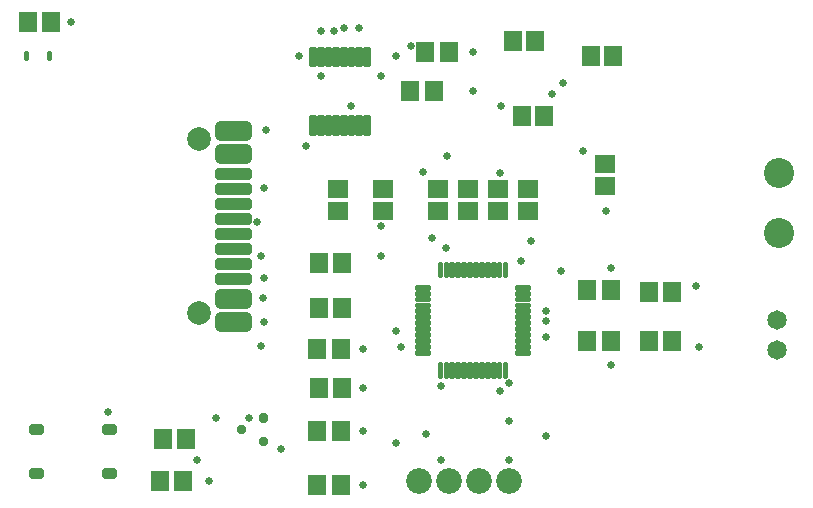
<source format=gts>
G04 EAGLE Gerber RS-274X export*
G75*
%MOMM*%
%FSLAX34Y34*%
%LPD*%
%INSoldermask Top*%
%IPPOS*%
%AMOC8*
5,1,8,0,0,1.08239X$1,22.5*%
G01*
%ADD10R,1.503200X1.803200*%
%ADD11R,1.503200X1.703200*%
%ADD12R,1.703200X1.503200*%
%ADD13C,0.431109*%
%ADD14C,0.352238*%
%ADD15C,0.588772*%
%ADD16C,2.003200*%
%ADD17C,0.967231*%
%ADD18C,1.643200*%
%ADD19C,0.302400*%
%ADD20C,2.183200*%
%ADD21C,0.506016*%
%ADD22C,0.550950*%
%ADD23C,2.543200*%
%ADD24C,0.655600*%


D10*
X263050Y199390D03*
X283050Y199390D03*
X341790Y533400D03*
X361790Y533400D03*
X264320Y281940D03*
X284320Y281940D03*
X491650Y364490D03*
X511650Y364490D03*
X543720Y321310D03*
X563720Y321310D03*
X263050Y314960D03*
X283050Y314960D03*
X491650Y321310D03*
X511650Y321310D03*
X263050Y245110D03*
X283050Y245110D03*
X129700Y203200D03*
X149700Y203200D03*
X354490Y566420D03*
X374490Y566420D03*
D11*
X264820Y387350D03*
X283820Y387350D03*
D12*
X318770Y431190D03*
X318770Y450190D03*
X280670Y431190D03*
X280670Y450190D03*
X506730Y452780D03*
X506730Y471780D03*
D11*
X494690Y562610D03*
X513690Y562610D03*
X428650Y575310D03*
X447650Y575310D03*
X436270Y511810D03*
X455270Y511810D03*
X264820Y349250D03*
X283820Y349250D03*
X18440Y591820D03*
X37440Y591820D03*
X544220Y363220D03*
X563220Y363220D03*
X132740Y238760D03*
X151740Y238760D03*
D12*
X441960Y431190D03*
X441960Y450190D03*
X391160Y431190D03*
X391160Y450190D03*
X365760Y431190D03*
X365760Y450190D03*
X416560Y431190D03*
X416560Y450190D03*
D13*
X303579Y556039D02*
X303579Y568761D01*
X305801Y568761D01*
X305801Y556039D01*
X303579Y556039D01*
X303579Y560134D02*
X305801Y560134D01*
X305801Y564229D02*
X303579Y564229D01*
X303579Y568324D02*
X305801Y568324D01*
X297079Y568761D02*
X297079Y556039D01*
X297079Y568761D02*
X299301Y568761D01*
X299301Y556039D01*
X297079Y556039D01*
X297079Y560134D02*
X299301Y560134D01*
X299301Y564229D02*
X297079Y564229D01*
X297079Y568324D02*
X299301Y568324D01*
X290579Y568761D02*
X290579Y556039D01*
X290579Y568761D02*
X292801Y568761D01*
X292801Y556039D01*
X290579Y556039D01*
X290579Y560134D02*
X292801Y560134D01*
X292801Y564229D02*
X290579Y564229D01*
X290579Y568324D02*
X292801Y568324D01*
X284079Y568761D02*
X284079Y556039D01*
X284079Y568761D02*
X286301Y568761D01*
X286301Y556039D01*
X284079Y556039D01*
X284079Y560134D02*
X286301Y560134D01*
X286301Y564229D02*
X284079Y564229D01*
X284079Y568324D02*
X286301Y568324D01*
X277579Y568761D02*
X277579Y556039D01*
X277579Y568761D02*
X279801Y568761D01*
X279801Y556039D01*
X277579Y556039D01*
X277579Y560134D02*
X279801Y560134D01*
X279801Y564229D02*
X277579Y564229D01*
X277579Y568324D02*
X279801Y568324D01*
X271079Y568761D02*
X271079Y556039D01*
X271079Y568761D02*
X273301Y568761D01*
X273301Y556039D01*
X271079Y556039D01*
X271079Y560134D02*
X273301Y560134D01*
X273301Y564229D02*
X271079Y564229D01*
X271079Y568324D02*
X273301Y568324D01*
X264579Y568761D02*
X264579Y556039D01*
X264579Y568761D02*
X266801Y568761D01*
X266801Y556039D01*
X264579Y556039D01*
X264579Y560134D02*
X266801Y560134D01*
X266801Y564229D02*
X264579Y564229D01*
X264579Y568324D02*
X266801Y568324D01*
X258079Y568761D02*
X258079Y556039D01*
X258079Y568761D02*
X260301Y568761D01*
X260301Y556039D01*
X258079Y556039D01*
X258079Y560134D02*
X260301Y560134D01*
X260301Y564229D02*
X258079Y564229D01*
X258079Y568324D02*
X260301Y568324D01*
X303579Y510761D02*
X303579Y498039D01*
X303579Y510761D02*
X305801Y510761D01*
X305801Y498039D01*
X303579Y498039D01*
X303579Y502134D02*
X305801Y502134D01*
X305801Y506229D02*
X303579Y506229D01*
X303579Y510324D02*
X305801Y510324D01*
X297079Y510761D02*
X297079Y498039D01*
X297079Y510761D02*
X299301Y510761D01*
X299301Y498039D01*
X297079Y498039D01*
X297079Y502134D02*
X299301Y502134D01*
X299301Y506229D02*
X297079Y506229D01*
X297079Y510324D02*
X299301Y510324D01*
X290579Y510761D02*
X290579Y498039D01*
X290579Y510761D02*
X292801Y510761D01*
X292801Y498039D01*
X290579Y498039D01*
X290579Y502134D02*
X292801Y502134D01*
X292801Y506229D02*
X290579Y506229D01*
X290579Y510324D02*
X292801Y510324D01*
X284079Y510761D02*
X284079Y498039D01*
X284079Y510761D02*
X286301Y510761D01*
X286301Y498039D01*
X284079Y498039D01*
X284079Y502134D02*
X286301Y502134D01*
X286301Y506229D02*
X284079Y506229D01*
X284079Y510324D02*
X286301Y510324D01*
X277579Y510761D02*
X277579Y498039D01*
X277579Y510761D02*
X279801Y510761D01*
X279801Y498039D01*
X277579Y498039D01*
X277579Y502134D02*
X279801Y502134D01*
X279801Y506229D02*
X277579Y506229D01*
X277579Y510324D02*
X279801Y510324D01*
X271079Y510761D02*
X271079Y498039D01*
X271079Y510761D02*
X273301Y510761D01*
X273301Y498039D01*
X271079Y498039D01*
X271079Y502134D02*
X273301Y502134D01*
X273301Y506229D02*
X271079Y506229D01*
X271079Y510324D02*
X273301Y510324D01*
X264579Y510761D02*
X264579Y498039D01*
X264579Y510761D02*
X266801Y510761D01*
X266801Y498039D01*
X264579Y498039D01*
X264579Y502134D02*
X266801Y502134D01*
X266801Y506229D02*
X264579Y506229D01*
X264579Y510324D02*
X266801Y510324D01*
X258079Y510761D02*
X258079Y498039D01*
X258079Y510761D02*
X260301Y510761D01*
X260301Y498039D01*
X258079Y498039D01*
X258079Y502134D02*
X260301Y502134D01*
X260301Y506229D02*
X258079Y506229D01*
X258079Y510324D02*
X260301Y510324D01*
D14*
X432215Y312345D02*
X442725Y312345D01*
X442725Y310835D01*
X432215Y310835D01*
X432215Y312345D01*
X432215Y317345D02*
X442725Y317345D01*
X442725Y315835D01*
X432215Y315835D01*
X432215Y317345D01*
X432215Y322345D02*
X442725Y322345D01*
X442725Y320835D01*
X432215Y320835D01*
X432215Y322345D01*
X432215Y327345D02*
X442725Y327345D01*
X442725Y325835D01*
X432215Y325835D01*
X432215Y327345D01*
X432215Y332345D02*
X442725Y332345D01*
X442725Y330835D01*
X432215Y330835D01*
X432215Y332345D01*
X432215Y337345D02*
X442725Y337345D01*
X442725Y335835D01*
X432215Y335835D01*
X432215Y337345D01*
X432215Y342345D02*
X442725Y342345D01*
X442725Y340835D01*
X432215Y340835D01*
X432215Y342345D01*
X432215Y347345D02*
X442725Y347345D01*
X442725Y345835D01*
X432215Y345835D01*
X432215Y347345D01*
X432215Y352345D02*
X442725Y352345D01*
X442725Y350835D01*
X432215Y350835D01*
X432215Y352345D01*
X432215Y357345D02*
X442725Y357345D01*
X442725Y355835D01*
X432215Y355835D01*
X432215Y357345D01*
X432215Y362345D02*
X442725Y362345D01*
X442725Y360835D01*
X432215Y360835D01*
X432215Y362345D01*
X432215Y367345D02*
X442725Y367345D01*
X442725Y365835D01*
X432215Y365835D01*
X432215Y367345D01*
X357725Y312345D02*
X347215Y312345D01*
X357725Y312345D02*
X357725Y310835D01*
X347215Y310835D01*
X347215Y312345D01*
X347215Y317345D02*
X357725Y317345D01*
X357725Y315835D01*
X347215Y315835D01*
X347215Y317345D01*
X347215Y322345D02*
X357725Y322345D01*
X357725Y320835D01*
X347215Y320835D01*
X347215Y322345D01*
X347215Y327345D02*
X357725Y327345D01*
X357725Y325835D01*
X347215Y325835D01*
X347215Y327345D01*
X347215Y332345D02*
X357725Y332345D01*
X357725Y330835D01*
X347215Y330835D01*
X347215Y332345D01*
X347215Y337345D02*
X357725Y337345D01*
X357725Y335835D01*
X347215Y335835D01*
X347215Y337345D01*
X347215Y342345D02*
X357725Y342345D01*
X357725Y340835D01*
X347215Y340835D01*
X347215Y342345D01*
X347215Y347345D02*
X357725Y347345D01*
X357725Y345835D01*
X347215Y345835D01*
X347215Y347345D01*
X347215Y352345D02*
X357725Y352345D01*
X357725Y350835D01*
X347215Y350835D01*
X347215Y352345D01*
X347215Y357345D02*
X357725Y357345D01*
X357725Y355835D01*
X347215Y355835D01*
X347215Y357345D01*
X347215Y362345D02*
X357725Y362345D01*
X357725Y360835D01*
X347215Y360835D01*
X347215Y362345D01*
X347215Y367345D02*
X357725Y367345D01*
X357725Y365835D01*
X347215Y365835D01*
X347215Y367345D01*
X368225Y301845D02*
X368225Y291335D01*
X366715Y291335D01*
X366715Y301845D01*
X368225Y301845D01*
X368225Y294681D02*
X366715Y294681D01*
X366715Y298027D02*
X368225Y298027D01*
X368225Y301373D02*
X366715Y301373D01*
X373225Y301845D02*
X373225Y291335D01*
X371715Y291335D01*
X371715Y301845D01*
X373225Y301845D01*
X373225Y294681D02*
X371715Y294681D01*
X371715Y298027D02*
X373225Y298027D01*
X373225Y301373D02*
X371715Y301373D01*
X378225Y301845D02*
X378225Y291335D01*
X376715Y291335D01*
X376715Y301845D01*
X378225Y301845D01*
X378225Y294681D02*
X376715Y294681D01*
X376715Y298027D02*
X378225Y298027D01*
X378225Y301373D02*
X376715Y301373D01*
X383225Y301845D02*
X383225Y291335D01*
X381715Y291335D01*
X381715Y301845D01*
X383225Y301845D01*
X383225Y294681D02*
X381715Y294681D01*
X381715Y298027D02*
X383225Y298027D01*
X383225Y301373D02*
X381715Y301373D01*
X388225Y301845D02*
X388225Y291335D01*
X386715Y291335D01*
X386715Y301845D01*
X388225Y301845D01*
X388225Y294681D02*
X386715Y294681D01*
X386715Y298027D02*
X388225Y298027D01*
X388225Y301373D02*
X386715Y301373D01*
X393225Y301845D02*
X393225Y291335D01*
X391715Y291335D01*
X391715Y301845D01*
X393225Y301845D01*
X393225Y294681D02*
X391715Y294681D01*
X391715Y298027D02*
X393225Y298027D01*
X393225Y301373D02*
X391715Y301373D01*
X398225Y301845D02*
X398225Y291335D01*
X396715Y291335D01*
X396715Y301845D01*
X398225Y301845D01*
X398225Y294681D02*
X396715Y294681D01*
X396715Y298027D02*
X398225Y298027D01*
X398225Y301373D02*
X396715Y301373D01*
X403225Y301845D02*
X403225Y291335D01*
X401715Y291335D01*
X401715Y301845D01*
X403225Y301845D01*
X403225Y294681D02*
X401715Y294681D01*
X401715Y298027D02*
X403225Y298027D01*
X403225Y301373D02*
X401715Y301373D01*
X408225Y301845D02*
X408225Y291335D01*
X406715Y291335D01*
X406715Y301845D01*
X408225Y301845D01*
X408225Y294681D02*
X406715Y294681D01*
X406715Y298027D02*
X408225Y298027D01*
X408225Y301373D02*
X406715Y301373D01*
X413225Y301845D02*
X413225Y291335D01*
X411715Y291335D01*
X411715Y301845D01*
X413225Y301845D01*
X413225Y294681D02*
X411715Y294681D01*
X411715Y298027D02*
X413225Y298027D01*
X413225Y301373D02*
X411715Y301373D01*
X418225Y301845D02*
X418225Y291335D01*
X416715Y291335D01*
X416715Y301845D01*
X418225Y301845D01*
X418225Y294681D02*
X416715Y294681D01*
X416715Y298027D02*
X418225Y298027D01*
X418225Y301373D02*
X416715Y301373D01*
X423225Y301845D02*
X423225Y291335D01*
X421715Y291335D01*
X421715Y301845D01*
X423225Y301845D01*
X423225Y294681D02*
X421715Y294681D01*
X421715Y298027D02*
X423225Y298027D01*
X423225Y301373D02*
X421715Y301373D01*
X368225Y376335D02*
X368225Y386845D01*
X368225Y376335D02*
X366715Y376335D01*
X366715Y386845D01*
X368225Y386845D01*
X368225Y379681D02*
X366715Y379681D01*
X366715Y383027D02*
X368225Y383027D01*
X368225Y386373D02*
X366715Y386373D01*
X373225Y386845D02*
X373225Y376335D01*
X371715Y376335D01*
X371715Y386845D01*
X373225Y386845D01*
X373225Y379681D02*
X371715Y379681D01*
X371715Y383027D02*
X373225Y383027D01*
X373225Y386373D02*
X371715Y386373D01*
X378225Y386845D02*
X378225Y376335D01*
X376715Y376335D01*
X376715Y386845D01*
X378225Y386845D01*
X378225Y379681D02*
X376715Y379681D01*
X376715Y383027D02*
X378225Y383027D01*
X378225Y386373D02*
X376715Y386373D01*
X383225Y386845D02*
X383225Y376335D01*
X381715Y376335D01*
X381715Y386845D01*
X383225Y386845D01*
X383225Y379681D02*
X381715Y379681D01*
X381715Y383027D02*
X383225Y383027D01*
X383225Y386373D02*
X381715Y386373D01*
X388225Y386845D02*
X388225Y376335D01*
X386715Y376335D01*
X386715Y386845D01*
X388225Y386845D01*
X388225Y379681D02*
X386715Y379681D01*
X386715Y383027D02*
X388225Y383027D01*
X388225Y386373D02*
X386715Y386373D01*
X393225Y386845D02*
X393225Y376335D01*
X391715Y376335D01*
X391715Y386845D01*
X393225Y386845D01*
X393225Y379681D02*
X391715Y379681D01*
X391715Y383027D02*
X393225Y383027D01*
X393225Y386373D02*
X391715Y386373D01*
X398225Y386845D02*
X398225Y376335D01*
X396715Y376335D01*
X396715Y386845D01*
X398225Y386845D01*
X398225Y379681D02*
X396715Y379681D01*
X396715Y383027D02*
X398225Y383027D01*
X398225Y386373D02*
X396715Y386373D01*
X403225Y386845D02*
X403225Y376335D01*
X401715Y376335D01*
X401715Y386845D01*
X403225Y386845D01*
X403225Y379681D02*
X401715Y379681D01*
X401715Y383027D02*
X403225Y383027D01*
X403225Y386373D02*
X401715Y386373D01*
X408225Y386845D02*
X408225Y376335D01*
X406715Y376335D01*
X406715Y386845D01*
X408225Y386845D01*
X408225Y379681D02*
X406715Y379681D01*
X406715Y383027D02*
X408225Y383027D01*
X408225Y386373D02*
X406715Y386373D01*
X413225Y386845D02*
X413225Y376335D01*
X411715Y376335D01*
X411715Y386845D01*
X413225Y386845D01*
X413225Y379681D02*
X411715Y379681D01*
X411715Y383027D02*
X413225Y383027D01*
X413225Y386373D02*
X411715Y386373D01*
X418225Y386845D02*
X418225Y376335D01*
X416715Y376335D01*
X416715Y386845D01*
X418225Y386845D01*
X418225Y379681D02*
X416715Y379681D01*
X416715Y383027D02*
X418225Y383027D01*
X418225Y386373D02*
X416715Y386373D01*
X423225Y386845D02*
X423225Y376335D01*
X421715Y376335D01*
X421715Y386845D01*
X423225Y386845D01*
X423225Y379681D02*
X421715Y379681D01*
X421715Y383027D02*
X423225Y383027D01*
X423225Y386373D02*
X421715Y386373D01*
D15*
X204320Y436014D02*
X178966Y436014D01*
X178966Y439778D01*
X204320Y439778D01*
X204320Y436014D01*
X204320Y448714D02*
X178966Y448714D01*
X178966Y452478D01*
X204320Y452478D01*
X204320Y448714D01*
X204320Y372514D02*
X178966Y372514D01*
X178966Y376278D01*
X204320Y376278D01*
X204320Y372514D01*
X204320Y385214D02*
X178966Y385214D01*
X178966Y388978D01*
X204320Y388978D01*
X204320Y385214D01*
X204320Y410614D02*
X178966Y410614D01*
X178966Y414378D01*
X204320Y414378D01*
X204320Y410614D01*
X204320Y461414D02*
X178966Y461414D01*
X178966Y465178D01*
X204320Y465178D01*
X204320Y461414D01*
X204320Y397914D02*
X178966Y397914D01*
X178966Y401678D01*
X204320Y401678D01*
X204320Y397914D01*
X204320Y423314D02*
X178966Y423314D01*
X178966Y427078D01*
X204320Y427078D01*
X204320Y423314D01*
D16*
X163322Y492252D03*
X163322Y345440D03*
D17*
X180858Y496326D02*
X202428Y496326D01*
X180858Y496326D02*
X180858Y503926D01*
X202428Y503926D01*
X202428Y496326D01*
X202428Y334274D02*
X180858Y334274D01*
X180858Y341874D01*
X202428Y341874D01*
X202428Y334274D01*
X202428Y476514D02*
X180858Y476514D01*
X180858Y484114D01*
X202428Y484114D01*
X202428Y476514D01*
X202428Y354086D02*
X180858Y354086D01*
X180858Y361686D01*
X202428Y361686D01*
X202428Y354086D01*
D18*
X652780Y313690D03*
X652780Y339090D03*
D19*
X17674Y560106D02*
X16666Y560106D01*
X16666Y565114D01*
X17674Y565114D01*
X17674Y560106D01*
X17674Y562979D02*
X16666Y562979D01*
X35666Y560106D02*
X36674Y560106D01*
X35666Y560106D02*
X35666Y565114D01*
X36674Y565114D01*
X36674Y560106D01*
X36674Y562979D02*
X35666Y562979D01*
D20*
X425450Y203200D03*
X400050Y203200D03*
X374650Y203200D03*
X349250Y203200D03*
D21*
X216094Y234894D02*
X216094Y237866D01*
X219066Y237866D01*
X219066Y234894D01*
X216094Y234894D01*
X216094Y254894D02*
X216094Y257866D01*
X219066Y257866D01*
X219066Y254894D01*
X216094Y254894D01*
X197494Y247866D02*
X197494Y244894D01*
X197494Y247866D02*
X200466Y247866D01*
X200466Y244894D01*
X197494Y244894D01*
D22*
X28411Y245529D02*
X21889Y245529D01*
X21889Y249051D01*
X28411Y249051D01*
X28411Y245529D01*
X28411Y208149D02*
X21889Y208149D01*
X21889Y211671D01*
X28411Y211671D01*
X28411Y208149D01*
X83349Y245529D02*
X89871Y245529D01*
X83349Y245529D02*
X83349Y249051D01*
X89871Y249051D01*
X89871Y245529D01*
X89871Y208149D02*
X83349Y208149D01*
X83349Y211671D01*
X89871Y211671D01*
X89871Y208149D01*
D23*
X654300Y463761D03*
X654300Y412961D03*
D24*
X217170Y358140D03*
X215900Y317500D03*
X277162Y584200D03*
X342900Y571500D03*
X54610Y591820D03*
X266700Y584200D03*
X285750Y586740D03*
X298450Y586740D03*
X254000Y486410D03*
X394970Y566420D03*
X394970Y533400D03*
X219710Y500380D03*
X218440Y450850D03*
X218440Y374650D03*
X218440Y337820D03*
X584200Y368300D03*
X586740Y316230D03*
X511810Y383540D03*
X511810Y300990D03*
X302260Y314960D03*
X302260Y281940D03*
X302260Y245110D03*
X302260Y199390D03*
X232410Y229870D03*
X171450Y203200D03*
X372110Y400050D03*
X457200Y346710D03*
X417830Y279400D03*
X334010Y316230D03*
X86360Y261620D03*
X212421Y422579D03*
X215900Y393700D03*
X469900Y381000D03*
X425450Y220980D03*
X425450Y285750D03*
X360680Y408940D03*
X247650Y562610D03*
X330200Y562610D03*
X425450Y254000D03*
X177800Y256540D03*
X205740Y256540D03*
X266700Y546100D03*
X419100Y520700D03*
X330200Y330200D03*
X330200Y234950D03*
X368300Y220980D03*
X368300Y283210D03*
X508000Y431800D03*
X457200Y338122D03*
X161290Y220980D03*
X355600Y242570D03*
X457200Y241300D03*
X457200Y325120D03*
X317500Y546100D03*
X488418Y482600D03*
X353060Y464820D03*
X417830Y463550D03*
X292100Y520700D03*
X372745Y478155D03*
X317500Y393700D03*
X435914Y389586D03*
X317500Y419100D03*
X444500Y406400D03*
X471474Y540054D03*
X462280Y530860D03*
M02*

</source>
